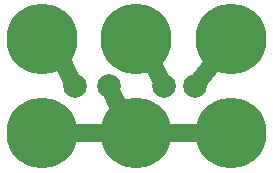
<source format=gtl>
%TF.GenerationSoftware,KiCad,Pcbnew,5.0.2-bee76a0~70~ubuntu16.04.1*%
%TF.CreationDate,2019-04-17T10:17:42-07:00*%
%TF.ProjectId,2x3-LED-RGB-TH-4PIN,3278332d-4c45-4442-9d52-47422d54482d,1.0*%
%TF.SameCoordinates,Original*%
%TF.FileFunction,Copper,L1,Top*%
%TF.FilePolarity,Positive*%
%FSLAX46Y46*%
G04 Gerber Fmt 4.6, Leading zero omitted, Abs format (unit mm)*
G04 Created by KiCad (PCBNEW 5.0.2-bee76a0~70~ubuntu16.04.1) date Wed Apr 17 10:17:42 2019*
%MOMM*%
%LPD*%
G01*
G04 APERTURE LIST*
%ADD10C,1.500000*%
%ADD11C,2.000000*%
%ADD12C,6.000000*%
%ADD13C,0.350000*%
G04 APERTURE END LIST*
D10*
X64131400Y-67101720D02*
X47931400Y-67101720D01*
X61031400Y-63101720D02*
X64531400Y-58601720D01*
X58331400Y-63101720D02*
X56131400Y-58601720D01*
X55931400Y-67701720D02*
X53731400Y-63201720D01*
X50831400Y-63201720D02*
X48631400Y-58701720D01*
D11*
X53731400Y-63101720D03*
X58331400Y-63101720D03*
D12*
X48031400Y-67101720D03*
X48031400Y-59101720D03*
X64031400Y-59101720D03*
X64031400Y-67101720D03*
D11*
X61031400Y-63101720D03*
X50831400Y-63101720D03*
D12*
X56031400Y-59101720D03*
X56031400Y-67101720D03*
D13*
X53731400Y-63101720D03*
X58331400Y-63101720D03*
X48031400Y-67101720D03*
X48031400Y-59101720D03*
X64031400Y-59101720D03*
X64031400Y-67101720D03*
X61031400Y-63101720D03*
X50831400Y-63101720D03*
X56031400Y-59101720D03*
X56031400Y-67101720D03*
M02*

</source>
